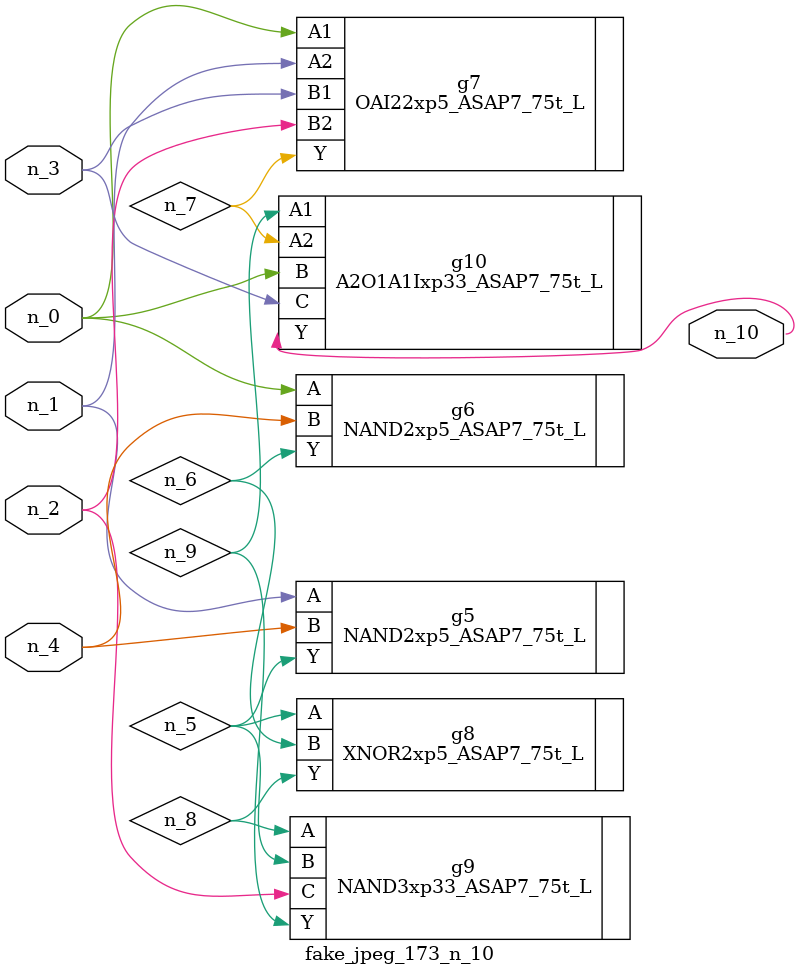
<source format=v>
module fake_jpeg_173_n_10 (n_3, n_2, n_1, n_0, n_4, n_10);

input n_3;
input n_2;
input n_1;
input n_0;
input n_4;

output n_10;

wire n_8;
wire n_9;
wire n_6;
wire n_5;
wire n_7;

NAND2xp5_ASAP7_75t_L g5 ( 
.A(n_1),
.B(n_4),
.Y(n_5)
);

NAND2xp5_ASAP7_75t_L g6 ( 
.A(n_0),
.B(n_4),
.Y(n_6)
);

OAI22xp5_ASAP7_75t_L g7 ( 
.A1(n_0),
.A2(n_1),
.B1(n_3),
.B2(n_2),
.Y(n_7)
);

XNOR2xp5_ASAP7_75t_L g8 ( 
.A(n_5),
.B(n_6),
.Y(n_8)
);

NAND3xp33_ASAP7_75t_L g9 ( 
.A(n_8),
.B(n_5),
.C(n_2),
.Y(n_9)
);

A2O1A1Ixp33_ASAP7_75t_L g10 ( 
.A1(n_9),
.A2(n_7),
.B(n_0),
.C(n_3),
.Y(n_10)
);


endmodule
</source>
